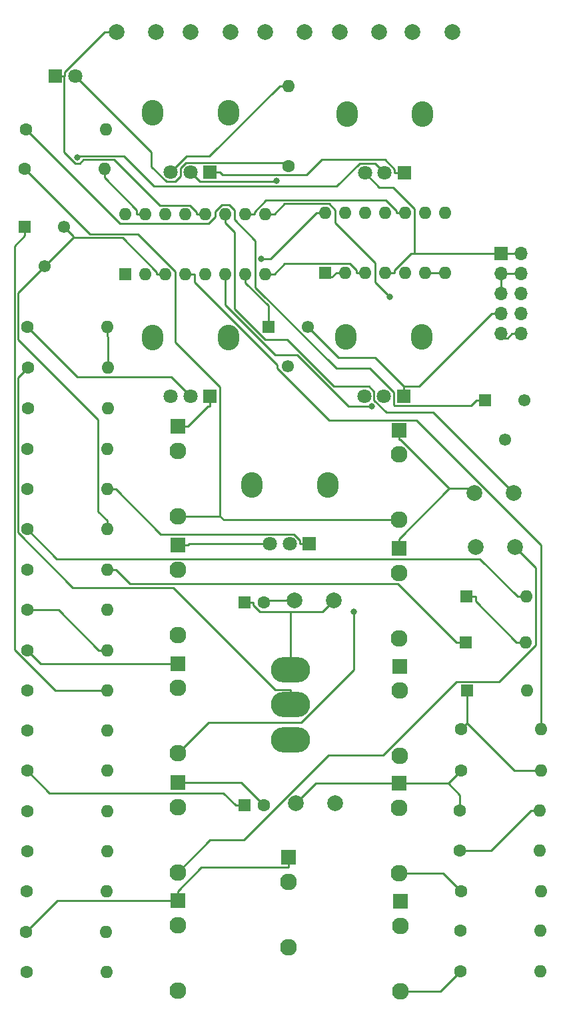
<source format=gbr>
%TF.GenerationSoftware,KiCad,Pcbnew,5.1.7*%
%TF.CreationDate,2020-11-09T18:52:16+01:00*%
%TF.ProjectId,AS3340-VCO,41533333-3430-42d5-9643-4f2e6b696361,1*%
%TF.SameCoordinates,Original*%
%TF.FileFunction,Copper,L2,Bot*%
%TF.FilePolarity,Positive*%
%FSLAX46Y46*%
G04 Gerber Fmt 4.6, Leading zero omitted, Abs format (unit mm)*
G04 Created by KiCad (PCBNEW 5.1.7) date 2020-11-09 18:52:16*
%MOMM*%
%LPD*%
G01*
G04 APERTURE LIST*
%TA.AperFunction,ComponentPad*%
%ADD10C,1.600000*%
%TD*%
%TA.AperFunction,ComponentPad*%
%ADD11R,1.600000X1.600000*%
%TD*%
%TA.AperFunction,ComponentPad*%
%ADD12O,1.600000X1.600000*%
%TD*%
%TA.AperFunction,ComponentPad*%
%ADD13O,5.000000X3.200000*%
%TD*%
%TA.AperFunction,ComponentPad*%
%ADD14C,2.000000*%
%TD*%
%TA.AperFunction,ComponentPad*%
%ADD15O,2.720000X3.240000*%
%TD*%
%TA.AperFunction,ComponentPad*%
%ADD16C,1.800000*%
%TD*%
%TA.AperFunction,ComponentPad*%
%ADD17R,1.800000X1.800000*%
%TD*%
%TA.AperFunction,ComponentPad*%
%ADD18C,1.550000*%
%TD*%
%TA.AperFunction,ComponentPad*%
%ADD19R,1.550000X1.550000*%
%TD*%
%TA.AperFunction,ComponentPad*%
%ADD20O,1.700000X1.700000*%
%TD*%
%TA.AperFunction,ComponentPad*%
%ADD21R,1.700000X1.700000*%
%TD*%
%TA.AperFunction,ComponentPad*%
%ADD22C,2.130000*%
%TD*%
%TA.AperFunction,ComponentPad*%
%ADD23R,1.930000X1.830000*%
%TD*%
%TA.AperFunction,ViaPad*%
%ADD24C,0.800000*%
%TD*%
%TA.AperFunction,Conductor*%
%ADD25C,0.250000*%
%TD*%
G04 APERTURE END LIST*
D10*
%TO.P,C10,2*%
%TO.N,GND*%
X143910000Y-123100000D03*
D11*
%TO.P,C10,1*%
%TO.N,+12V*%
X141410000Y-123100000D03*
%TD*%
D10*
%TO.P,C8,2*%
%TO.N,-12V*%
X143910000Y-97340000D03*
D11*
%TO.P,C8,1*%
%TO.N,GND*%
X141410000Y-97340000D03*
%TD*%
D12*
%TO.P,U2,16*%
%TO.N,+12V*%
X126300000Y-48040000D03*
%TO.P,U2,8*%
%TO.N,/SAWTOOTH*%
X144080000Y-55660000D03*
%TO.P,U2,15*%
%TO.N,/FREQ_CTRL*%
X128840000Y-48040000D03*
%TO.P,U2,7*%
%TO.N,Net-(RV7-Pad1)*%
X141540000Y-55660000D03*
%TO.P,U2,14*%
%TO.N,Net-(R18-Pad2)*%
X131380000Y-48040000D03*
%TO.P,U2,6*%
%TO.N,/HARD_SYNC*%
X139000000Y-55660000D03*
%TO.P,U2,13*%
%TO.N,/LINEAR_FM*%
X133920000Y-48040000D03*
%TO.P,U2,5*%
%TO.N,/PWM*%
X136460000Y-55660000D03*
%TO.P,U2,12*%
%TO.N,GND*%
X136460000Y-48040000D03*
%TO.P,U2,4*%
%TO.N,/SQUARE*%
X133920000Y-55660000D03*
%TO.P,U2,11*%
%TO.N,Net-(C6-Pad2)*%
X139000000Y-48040000D03*
%TO.P,U2,3*%
%TO.N,Net-(R13-Pad1)*%
X131380000Y-55660000D03*
%TO.P,U2,10*%
%TO.N,/TRIANGLE*%
X141540000Y-48040000D03*
%TO.P,U2,2*%
%TO.N,Net-(R13-Pad2)*%
X128840000Y-55660000D03*
%TO.P,U2,9*%
%TO.N,/SOFT_SYNC*%
X144080000Y-48040000D03*
D11*
%TO.P,U2,1*%
%TO.N,Net-(R12-Pad1)*%
X126300000Y-55660000D03*
%TD*%
D12*
%TO.P,U1,14*%
%TO.N,Net-(R10-Pad2)*%
X151690000Y-47850000D03*
%TO.P,U1,7*%
%TO.N,Net-(R26-Pad2)*%
X166930000Y-55470000D03*
%TO.P,U1,13*%
%TO.N,Net-(R10-Pad2)*%
X154230000Y-47850000D03*
%TO.P,U1,6*%
%TO.N,Net-(R26-Pad2)*%
X164390000Y-55470000D03*
%TO.P,U1,12*%
%TO.N,Net-(J4-PadT)*%
X156770000Y-47850000D03*
%TO.P,U1,5*%
%TO.N,Net-(D3-Pad1)*%
X161850000Y-55470000D03*
%TO.P,U1,11*%
%TO.N,-12V*%
X159310000Y-47850000D03*
%TO.P,U1,4*%
%TO.N,+12V*%
X159310000Y-55470000D03*
%TO.P,U1,10*%
%TO.N,/TRIANGLE*%
X161850000Y-47850000D03*
%TO.P,U1,3*%
%TO.N,/SAWTOOTH*%
X156770000Y-55470000D03*
%TO.P,U1,9*%
%TO.N,Net-(R22-Pad2)*%
X164390000Y-47850000D03*
%TO.P,U1,2*%
%TO.N,Net-(R24-Pad2)*%
X154230000Y-55470000D03*
%TO.P,U1,8*%
%TO.N,Net-(R23-Pad2)*%
X166930000Y-47850000D03*
D11*
%TO.P,U1,1*%
%TO.N,Net-(R24-Pad2)*%
X151690000Y-55470000D03*
%TD*%
D13*
%TO.P,SW1,1*%
%TO.N,GND*%
X147230000Y-105860000D03*
%TO.P,SW1,2*%
%TO.N,Net-(R4-Pad1)*%
X147230000Y-110310000D03*
%TO.P,SW1,3*%
%TO.N,Net-(RV5-Pad2)*%
X147230000Y-114760000D03*
%TD*%
D14*
%TO.P,C11,2*%
%TO.N,+12V*%
X152970000Y-122820000D03*
%TO.P,C11,1*%
%TO.N,GND*%
X147970000Y-122820000D03*
%TD*%
%TO.P,C9,2*%
%TO.N,GND*%
X152750000Y-97070000D03*
%TO.P,C9,1*%
%TO.N,-12V*%
X147750000Y-97070000D03*
%TD*%
D15*
%TO.P,RV8,*%
%TO.N,*%
X163920000Y-63630000D03*
X154320000Y-63630000D03*
D16*
%TO.P,RV8,3*%
%TO.N,Net-(J8-PadT)*%
X156620000Y-71130000D03*
%TO.P,RV8,2*%
%TO.N,Net-(C4-Pad1)*%
X159120000Y-71130000D03*
D17*
%TO.P,RV8,1*%
%TO.N,GND*%
X161620000Y-71130000D03*
%TD*%
D18*
%TO.P,RV7,2*%
%TO.N,Net-(R17-Pad2)*%
X146940000Y-67370000D03*
D19*
%TO.P,RV7,1*%
%TO.N,Net-(RV7-Pad1)*%
X144440000Y-62370000D03*
D18*
%TO.P,RV7,3*%
%TO.N,GND*%
X149440000Y-62370000D03*
%TD*%
%TO.P,RV6,2*%
%TO.N,Net-(R13-Pad1)*%
X116010000Y-54670000D03*
D19*
%TO.P,RV6,1*%
%TO.N,Net-(R12-Pad2)*%
X113510000Y-49670000D03*
D18*
%TO.P,RV6,3*%
%TO.N,Net-(R13-Pad1)*%
X118510000Y-49670000D03*
%TD*%
D15*
%TO.P,RV5,*%
%TO.N,*%
X139350000Y-35210000D03*
X129750000Y-35210000D03*
D16*
%TO.P,RV5,3*%
%TO.N,+12V*%
X132050000Y-42710000D03*
%TO.P,RV5,2*%
%TO.N,Net-(RV5-Pad2)*%
X134550000Y-42710000D03*
D17*
%TO.P,RV5,1*%
%TO.N,-12V*%
X137050000Y-42710000D03*
%TD*%
D18*
%TO.P,RV4,2*%
%TO.N,Net-(R1-Pad1)*%
X174490000Y-76660000D03*
D19*
%TO.P,RV4,1*%
X171990000Y-71660000D03*
D18*
%TO.P,RV4,3*%
%TO.N,+12V*%
X176990000Y-71660000D03*
%TD*%
D15*
%TO.P,RV3,*%
%TO.N,*%
X151970000Y-82380000D03*
X142370000Y-82380000D03*
D16*
%TO.P,RV3,3*%
%TO.N,GND*%
X144670000Y-89880000D03*
%TO.P,RV3,2*%
%TO.N,Net-(J4-PadTN)*%
X147170000Y-89880000D03*
D17*
%TO.P,RV3,1*%
%TO.N,Net-(R7-Pad2)*%
X149670000Y-89880000D03*
%TD*%
D15*
%TO.P,RV2,*%
%TO.N,*%
X139350000Y-63670000D03*
X129750000Y-63670000D03*
D16*
%TO.P,RV2,3*%
%TO.N,Net-(J3-PadT)*%
X132050000Y-71170000D03*
%TO.P,RV2,2*%
%TO.N,Net-(R3-Pad1)*%
X134550000Y-71170000D03*
D17*
%TO.P,RV2,1*%
%TO.N,GND*%
X137050000Y-71170000D03*
%TD*%
D15*
%TO.P,RV1,*%
%TO.N,*%
X164020000Y-35320000D03*
X154420000Y-35320000D03*
D16*
%TO.P,RV1,3*%
%TO.N,+12V*%
X156720000Y-42820000D03*
%TO.P,RV1,2*%
%TO.N,Net-(R5-Pad1)*%
X159220000Y-42820000D03*
D17*
%TO.P,RV1,1*%
%TO.N,-12V*%
X161720000Y-42820000D03*
%TD*%
D10*
%TO.P,R27,1*%
%TO.N,Net-(D4-Pad2)*%
X147040000Y-41920000D03*
D12*
%TO.P,R27,2*%
%TO.N,+12V*%
X147040000Y-31760000D03*
%TD*%
D10*
%TO.P,R26,1*%
%TO.N,/SQUARE_OUT*%
X168850000Y-144160000D03*
D12*
%TO.P,R26,2*%
%TO.N,Net-(R26-Pad2)*%
X179010000Y-144160000D03*
%TD*%
D10*
%TO.P,R25,1*%
%TO.N,/TRIANGLE_OUT*%
X168850000Y-138990000D03*
D12*
%TO.P,R25,2*%
%TO.N,Net-(R23-Pad2)*%
X179010000Y-138990000D03*
%TD*%
D10*
%TO.P,R24,1*%
%TO.N,/SAWTOOTH_OUT*%
X168950000Y-134010000D03*
D12*
%TO.P,R24,2*%
%TO.N,Net-(R24-Pad2)*%
X179110000Y-134010000D03*
%TD*%
D10*
%TO.P,R23,1*%
%TO.N,Net-(R22-Pad2)*%
X168800000Y-128820000D03*
D12*
%TO.P,R23,2*%
%TO.N,Net-(R23-Pad2)*%
X178960000Y-128820000D03*
%TD*%
D10*
%TO.P,R22,1*%
%TO.N,GND*%
X168800000Y-123740000D03*
D12*
%TO.P,R22,2*%
%TO.N,Net-(R22-Pad2)*%
X178960000Y-123740000D03*
%TD*%
D10*
%TO.P,R21,1*%
%TO.N,GND*%
X168940000Y-118650000D03*
D12*
%TO.P,R21,2*%
%TO.N,Net-(D3-Pad1)*%
X179100000Y-118650000D03*
%TD*%
D10*
%TO.P,R20,1*%
%TO.N,Net-(D3-Pad1)*%
X168940000Y-113430000D03*
D12*
%TO.P,R20,2*%
%TO.N,/SQUARE*%
X179100000Y-113430000D03*
%TD*%
D10*
%TO.P,R19,1*%
%TO.N,-12V*%
X113690000Y-144240000D03*
D12*
%TO.P,R19,2*%
%TO.N,Net-(R13-Pad1)*%
X123850000Y-144240000D03*
%TD*%
D10*
%TO.P,R18,1*%
%TO.N,GND*%
X113630000Y-139150000D03*
D12*
%TO.P,R18,2*%
%TO.N,Net-(R18-Pad2)*%
X123790000Y-139150000D03*
%TD*%
D10*
%TO.P,R17,1*%
%TO.N,/FREQ_CTRL*%
X113700000Y-134020000D03*
D12*
%TO.P,R17,2*%
%TO.N,Net-(R17-Pad2)*%
X123860000Y-134020000D03*
%TD*%
D10*
%TO.P,R16,1*%
%TO.N,Net-(C5-Pad2)*%
X113780000Y-128890000D03*
D12*
%TO.P,R16,2*%
%TO.N,/LINEAR_FM*%
X123940000Y-128890000D03*
%TD*%
D10*
%TO.P,R15,1*%
%TO.N,Net-(C4-Pad2)*%
X113780000Y-123780000D03*
D12*
%TO.P,R15,2*%
%TO.N,/LINEAR_FM*%
X123940000Y-123780000D03*
%TD*%
D10*
%TO.P,R14,1*%
%TO.N,+12V*%
X113780000Y-118640000D03*
D12*
%TO.P,R14,2*%
%TO.N,/LINEAR_FM*%
X123940000Y-118640000D03*
%TD*%
D10*
%TO.P,R13,1*%
%TO.N,Net-(R13-Pad1)*%
X113780000Y-113590000D03*
D12*
%TO.P,R13,2*%
%TO.N,Net-(R13-Pad2)*%
X123940000Y-113590000D03*
%TD*%
D10*
%TO.P,R12,1*%
%TO.N,Net-(R12-Pad1)*%
X113780000Y-108530000D03*
D12*
%TO.P,R12,2*%
%TO.N,Net-(R12-Pad2)*%
X123940000Y-108530000D03*
%TD*%
D10*
%TO.P,R11,1*%
%TO.N,GND*%
X113850000Y-103390000D03*
D12*
%TO.P,R11,2*%
%TO.N,/PWM*%
X124010000Y-103390000D03*
%TD*%
D10*
%TO.P,R10,1*%
%TO.N,/PWM*%
X113780000Y-98260000D03*
D12*
%TO.P,R10,2*%
%TO.N,Net-(R10-Pad2)*%
X123940000Y-98260000D03*
%TD*%
D10*
%TO.P,R9,1*%
%TO.N,GND*%
X113780000Y-93150000D03*
D12*
%TO.P,R9,2*%
%TO.N,Net-(C3-Pad1)*%
X123940000Y-93150000D03*
%TD*%
D10*
%TO.P,R8,1*%
%TO.N,Net-(C2-Pad1)*%
X113780000Y-88020000D03*
D12*
%TO.P,R8,2*%
%TO.N,Net-(R13-Pad1)*%
X123940000Y-88020000D03*
%TD*%
D10*
%TO.P,R7,1*%
%TO.N,+12V*%
X113780000Y-82960000D03*
D12*
%TO.P,R7,2*%
%TO.N,Net-(R7-Pad2)*%
X123940000Y-82960000D03*
%TD*%
D10*
%TO.P,R6,1*%
%TO.N,Net-(C1-Pad2)*%
X113780000Y-77830000D03*
D12*
%TO.P,R6,2*%
%TO.N,/FREQ_CTRL*%
X123940000Y-77830000D03*
%TD*%
D10*
%TO.P,R5,1*%
%TO.N,Net-(R5-Pad1)*%
X113910000Y-72660000D03*
D12*
%TO.P,R5,2*%
%TO.N,/FREQ_CTRL*%
X124070000Y-72660000D03*
%TD*%
D10*
%TO.P,R4,1*%
%TO.N,Net-(R4-Pad1)*%
X113910000Y-67530000D03*
D12*
%TO.P,R4,2*%
%TO.N,/FREQ_CTRL*%
X124070000Y-67530000D03*
%TD*%
D10*
%TO.P,R3,1*%
%TO.N,Net-(R3-Pad1)*%
X113830000Y-62390000D03*
D12*
%TO.P,R3,2*%
%TO.N,/FREQ_CTRL*%
X123990000Y-62390000D03*
%TD*%
D10*
%TO.P,R2,1*%
%TO.N,Net-(J1-PadT)*%
X113470000Y-42290000D03*
D12*
%TO.P,R2,2*%
%TO.N,/FREQ_CTRL*%
X123630000Y-42290000D03*
%TD*%
D10*
%TO.P,R1,1*%
%TO.N,Net-(R1-Pad1)*%
X113610000Y-37280000D03*
D12*
%TO.P,R1,2*%
%TO.N,/FREQ_CTRL*%
X123770000Y-37280000D03*
%TD*%
D20*
%TO.P,J12,10*%
%TO.N,-12V*%
X176580000Y-63180000D03*
%TO.P,J12,9*%
X174040000Y-63180000D03*
%TO.P,J12,8*%
%TO.N,GND*%
X176580000Y-60640000D03*
%TO.P,J12,7*%
X174040000Y-60640000D03*
%TO.P,J12,6*%
X176580000Y-58100000D03*
%TO.P,J12,5*%
X174040000Y-58100000D03*
%TO.P,J12,4*%
X176580000Y-55560000D03*
%TO.P,J12,3*%
X174040000Y-55560000D03*
%TO.P,J12,2*%
%TO.N,+12V*%
X176580000Y-53020000D03*
D21*
%TO.P,J12,1*%
X174040000Y-53020000D03*
%TD*%
D22*
%TO.P,J11,T*%
%TO.N,/TRIANGLE_OUT*%
X161110000Y-116810000D03*
D23*
%TO.P,J11,S*%
%TO.N,GND*%
X161110000Y-105410000D03*
D22*
%TO.P,J11,TN*%
%TO.N,N/C*%
X161110000Y-108510000D03*
%TD*%
%TO.P,J10,T*%
%TO.N,/SAWTOOTH_OUT*%
X161090000Y-131690000D03*
D23*
%TO.P,J10,S*%
%TO.N,GND*%
X161090000Y-120290000D03*
D22*
%TO.P,J10,TN*%
%TO.N,N/C*%
X161090000Y-123390000D03*
%TD*%
%TO.P,J9,T*%
%TO.N,/SQUARE_OUT*%
X161210000Y-146670000D03*
D23*
%TO.P,J9,S*%
%TO.N,GND*%
X161210000Y-135270000D03*
D22*
%TO.P,J9,TN*%
%TO.N,N/C*%
X161210000Y-138370000D03*
%TD*%
%TO.P,J8,T*%
%TO.N,Net-(J8-PadT)*%
X161030000Y-101880000D03*
D23*
%TO.P,J8,S*%
%TO.N,GND*%
X161030000Y-90480000D03*
D22*
%TO.P,J8,TN*%
%TO.N,N/C*%
X161030000Y-93580000D03*
%TD*%
%TO.P,J7,T*%
%TO.N,Net-(C7-Pad2)*%
X132930000Y-131580000D03*
D23*
%TO.P,J7,S*%
%TO.N,GND*%
X132930000Y-120180000D03*
D22*
%TO.P,J7,TN*%
%TO.N,N/C*%
X132930000Y-123280000D03*
%TD*%
%TO.P,J6,T*%
%TO.N,Net-(C3-Pad2)*%
X147010000Y-141100000D03*
D23*
%TO.P,J6,S*%
%TO.N,GND*%
X147010000Y-129700000D03*
D22*
%TO.P,J6,TN*%
%TO.N,N/C*%
X147010000Y-132800000D03*
%TD*%
%TO.P,J5,T*%
%TO.N,Net-(C2-Pad2)*%
X132910000Y-146580000D03*
D23*
%TO.P,J5,S*%
%TO.N,GND*%
X132910000Y-135180000D03*
D22*
%TO.P,J5,TN*%
%TO.N,N/C*%
X132910000Y-138280000D03*
%TD*%
%TO.P,J4,T*%
%TO.N,Net-(J4-PadT)*%
X132930000Y-116470000D03*
D23*
%TO.P,J4,S*%
%TO.N,GND*%
X132930000Y-105070000D03*
D22*
%TO.P,J4,TN*%
%TO.N,Net-(J4-PadTN)*%
X132930000Y-108170000D03*
%TD*%
%TO.P,J3,T*%
%TO.N,Net-(J3-PadT)*%
X132930000Y-101470000D03*
D23*
%TO.P,J3,S*%
%TO.N,GND*%
X132930000Y-90070000D03*
D22*
%TO.P,J3,TN*%
%TO.N,N/C*%
X132930000Y-93170000D03*
%TD*%
%TO.P,J2,T*%
%TO.N,Net-(J1-PadT)*%
X161100000Y-86840000D03*
D23*
%TO.P,J2,S*%
%TO.N,GND*%
X161100000Y-75440000D03*
D22*
%TO.P,J2,TN*%
%TO.N,N/C*%
X161100000Y-78540000D03*
%TD*%
%TO.P,J1,T*%
%TO.N,Net-(J1-PadT)*%
X132930000Y-86360000D03*
D23*
%TO.P,J1,S*%
%TO.N,GND*%
X132930000Y-74960000D03*
D22*
%TO.P,J1,TN*%
%TO.N,N/C*%
X132930000Y-78060000D03*
%TD*%
D16*
%TO.P,D4,2*%
%TO.N,Net-(D4-Pad2)*%
X119870000Y-30490000D03*
D17*
%TO.P,D4,1*%
%TO.N,GND*%
X117330000Y-30490000D03*
%TD*%
D12*
%TO.P,D3,2*%
%TO.N,GND*%
X177310000Y-108520000D03*
D11*
%TO.P,D3,1*%
%TO.N,Net-(D3-Pad1)*%
X169690000Y-108520000D03*
%TD*%
D12*
%TO.P,D2,2*%
%TO.N,/HARD_SYNC*%
X177110000Y-102410000D03*
D11*
%TO.P,D2,1*%
%TO.N,Net-(C3-Pad1)*%
X169490000Y-102410000D03*
%TD*%
D12*
%TO.P,D1,2*%
%TO.N,Net-(C2-Pad1)*%
X177250000Y-96570000D03*
D11*
%TO.P,D1,1*%
%TO.N,/HARD_SYNC*%
X169630000Y-96570000D03*
%TD*%
D14*
%TO.P,C7,2*%
%TO.N,Net-(C7-Pad2)*%
X175760000Y-90260000D03*
%TO.P,C7,1*%
%TO.N,/SOFT_SYNC*%
X170760000Y-90260000D03*
%TD*%
%TO.P,C6,2*%
%TO.N,Net-(C6-Pad2)*%
X175610000Y-83450000D03*
%TO.P,C6,1*%
%TO.N,GND*%
X170610000Y-83450000D03*
%TD*%
%TO.P,C5,2*%
%TO.N,Net-(C5-Pad2)*%
X167790000Y-24950000D03*
%TO.P,C5,1*%
%TO.N,GND*%
X162790000Y-24950000D03*
%TD*%
%TO.P,C4,2*%
%TO.N,Net-(C4-Pad2)*%
X158520000Y-24950000D03*
%TO.P,C4,1*%
%TO.N,Net-(C4-Pad1)*%
X153520000Y-24950000D03*
%TD*%
%TO.P,C3,2*%
%TO.N,Net-(C3-Pad2)*%
X149060000Y-24950000D03*
%TO.P,C3,1*%
%TO.N,Net-(C3-Pad1)*%
X144060000Y-24950000D03*
%TD*%
%TO.P,C2,2*%
%TO.N,Net-(C2-Pad2)*%
X139600000Y-24950000D03*
%TO.P,C2,1*%
%TO.N,Net-(C2-Pad1)*%
X134600000Y-24950000D03*
%TD*%
%TO.P,C1,2*%
%TO.N,Net-(C1-Pad2)*%
X130140000Y-24950000D03*
%TO.P,C1,1*%
%TO.N,GND*%
X125140000Y-24950000D03*
%TD*%
D24*
%TO.N,/SOFT_SYNC*%
X159904200Y-58577100D03*
%TO.N,/HARD_SYNC*%
X157554000Y-72412600D03*
%TO.N,Net-(J4-PadT)*%
X155259400Y-98532400D03*
%TO.N,Net-(R5-Pad1)*%
X120191200Y-40870200D03*
%TO.N,Net-(R10-Pad2)*%
X143538700Y-53676300D03*
%TO.N,Net-(RV5-Pad2)*%
X145518300Y-43789900D03*
%TD*%
D25*
%TO.N,GND*%
X118473900Y-30490000D02*
X118473900Y-40178600D01*
X118473900Y-40178600D02*
X119890800Y-41595500D01*
X119890800Y-41595500D02*
X120491700Y-41595500D01*
X120491700Y-41595500D02*
X120947900Y-41139300D01*
X120947900Y-41139300D02*
X124858600Y-41139300D01*
X124858600Y-41139300D02*
X130634000Y-46914700D01*
X130634000Y-46914700D02*
X134490800Y-46914700D01*
X134490800Y-46914700D02*
X135334700Y-47758600D01*
X135334700Y-47758600D02*
X135334700Y-48040000D01*
X136460000Y-48040000D02*
X135334700Y-48040000D01*
X118473900Y-30490000D02*
X118555300Y-30490000D01*
X117330000Y-30490000D02*
X118473900Y-30490000D01*
X161090000Y-120290000D02*
X159799700Y-120290000D01*
X159799700Y-120290000D02*
X150500000Y-120290000D01*
X150500000Y-120290000D02*
X147970000Y-122820000D01*
X167300000Y-120290000D02*
X161090000Y-120290000D01*
X161620000Y-69904600D02*
X158003500Y-66288100D01*
X158003500Y-66288100D02*
X153358100Y-66288100D01*
X153358100Y-66288100D02*
X149440000Y-62370000D01*
X132930000Y-105070000D02*
X115530000Y-105070000D01*
X115530000Y-105070000D02*
X113850000Y-103390000D01*
X125140000Y-24950000D02*
X123635800Y-24950000D01*
X123635800Y-24950000D02*
X118555300Y-30030500D01*
X118555300Y-30030500D02*
X118555300Y-30490000D01*
X143910000Y-123100000D02*
X140990000Y-120180000D01*
X140990000Y-120180000D02*
X132930000Y-120180000D01*
X167422200Y-82847500D02*
X161030000Y-89239700D01*
X170610000Y-83450000D02*
X170007500Y-82847500D01*
X170007500Y-82847500D02*
X167422200Y-82847500D01*
X161100000Y-76680300D02*
X161255000Y-76680300D01*
X161255000Y-76680300D02*
X167422200Y-82847500D01*
X161100000Y-75440000D02*
X161100000Y-76680300D01*
X161030000Y-90480000D02*
X161030000Y-89239700D01*
X137050000Y-71170000D02*
X137050000Y-72395300D01*
X147230000Y-98465300D02*
X143379200Y-98465300D01*
X143379200Y-98465300D02*
X142535300Y-97621400D01*
X142535300Y-97621400D02*
X142535300Y-97340000D01*
X152750000Y-97070000D02*
X151354700Y-98465300D01*
X151354700Y-98465300D02*
X147230000Y-98465300D01*
X147230000Y-98465300D02*
X147230000Y-103934700D01*
X147230000Y-105860000D02*
X147230000Y-103934700D01*
X141410000Y-97340000D02*
X142535300Y-97340000D01*
X174040000Y-55560000D02*
X174040000Y-56924700D01*
X174040000Y-55560000D02*
X176580000Y-55560000D01*
X174040000Y-58100000D02*
X174040000Y-56924700D01*
X168940000Y-118650000D02*
X167300000Y-120290000D01*
X167300000Y-120290000D02*
X168800000Y-121790000D01*
X168800000Y-121790000D02*
X168800000Y-123740000D01*
X132930000Y-90070000D02*
X134220300Y-90070000D01*
X144670000Y-89880000D02*
X134410300Y-89880000D01*
X134410300Y-89880000D02*
X134220300Y-90070000D01*
X172864700Y-60640000D02*
X163600100Y-69904600D01*
X163600100Y-69904600D02*
X161620000Y-69904600D01*
X161620000Y-69904700D02*
X161620000Y-69904600D01*
X161620000Y-71130000D02*
X161620000Y-69904700D01*
X174040000Y-60640000D02*
X172864700Y-60640000D01*
X132910000Y-135180000D02*
X132910000Y-133939700D01*
X147010000Y-129700000D02*
X147010000Y-130940300D01*
X132910000Y-133939700D02*
X135909400Y-130940300D01*
X135909400Y-130940300D02*
X147010000Y-130940300D01*
X113630000Y-139150000D02*
X117600000Y-135180000D01*
X117600000Y-135180000D02*
X132910000Y-135180000D01*
X132930000Y-74960000D02*
X134220300Y-74960000D01*
X134220300Y-74960000D02*
X136785000Y-72395300D01*
X136785000Y-72395300D02*
X137050000Y-72395300D01*
%TO.N,Net-(C2-Pad1)*%
X176124700Y-96570000D02*
X171334300Y-91779600D01*
X171334300Y-91779600D02*
X117539600Y-91779600D01*
X117539600Y-91779600D02*
X113780000Y-88020000D01*
X177250000Y-96570000D02*
X176124700Y-96570000D01*
%TO.N,Net-(C3-Pad1)*%
X169490000Y-102410000D02*
X168364700Y-102410000D01*
X123940000Y-93150000D02*
X125065300Y-93150000D01*
X125065300Y-93150000D02*
X126885700Y-94970400D01*
X126885700Y-94970400D02*
X160925100Y-94970400D01*
X160925100Y-94970400D02*
X168364700Y-102410000D01*
%TO.N,Net-(C6-Pad2)*%
X139000000Y-49165300D02*
X140125300Y-50290600D01*
X140125300Y-50290600D02*
X140125300Y-60069500D01*
X140125300Y-60069500D02*
X144046000Y-63990200D01*
X144046000Y-63990200D02*
X146854900Y-63990200D01*
X146854900Y-63990200D02*
X152769400Y-69904700D01*
X152769400Y-69904700D02*
X157211000Y-69904700D01*
X157211000Y-69904700D02*
X157870100Y-70563800D01*
X157870100Y-70563800D02*
X157870100Y-71662700D01*
X157870100Y-71662700D02*
X159419000Y-73211600D01*
X159419000Y-73211600D02*
X165371600Y-73211600D01*
X165371600Y-73211600D02*
X175610000Y-83450000D01*
X139000000Y-48040000D02*
X139000000Y-49165300D01*
%TO.N,Net-(C7-Pad2)*%
X175760000Y-90260000D02*
X178377600Y-92877600D01*
X178377600Y-92877600D02*
X178377600Y-102780200D01*
X178377600Y-102780200D02*
X173763100Y-107394700D01*
X173763100Y-107394700D02*
X168309800Y-107394700D01*
X168309800Y-107394700D02*
X159019100Y-116685400D01*
X159019100Y-116685400D02*
X152082600Y-116685400D01*
X152082600Y-116685400D02*
X141304700Y-127463300D01*
X141304700Y-127463300D02*
X137046700Y-127463300D01*
X137046700Y-127463300D02*
X132930000Y-131580000D01*
%TO.N,/SOFT_SYNC*%
X145205300Y-48040000D02*
X146523900Y-46721400D01*
X146523900Y-46721400D02*
X152185200Y-46721400D01*
X152185200Y-46721400D02*
X152960000Y-47496200D01*
X152960000Y-47496200D02*
X152960000Y-49165500D01*
X152960000Y-49165500D02*
X158040000Y-54245500D01*
X158040000Y-54245500D02*
X158040000Y-56712900D01*
X158040000Y-56712900D02*
X159904200Y-58577100D01*
X144080000Y-48040000D02*
X145205300Y-48040000D01*
%TO.N,/HARD_SYNC*%
X139000000Y-56785300D02*
X139000000Y-59581100D01*
X139000000Y-59581100D02*
X145303300Y-65884400D01*
X145303300Y-65884400D02*
X148082300Y-65884400D01*
X148082300Y-65884400D02*
X154610500Y-72412600D01*
X154610500Y-72412600D02*
X157554000Y-72412600D01*
X169630000Y-96570000D02*
X170755300Y-96570000D01*
X177110000Y-102410000D02*
X175984700Y-102410000D01*
X170755300Y-96570000D02*
X170755300Y-97180600D01*
X170755300Y-97180600D02*
X175984700Y-102410000D01*
X139000000Y-55660000D02*
X139000000Y-56785300D01*
%TO.N,Net-(D3-Pad1)*%
X169698700Y-112671300D02*
X175677400Y-118650000D01*
X175677400Y-118650000D02*
X179100000Y-118650000D01*
X169690000Y-109645300D02*
X169690000Y-112662600D01*
X169690000Y-112662600D02*
X169698700Y-112671300D01*
X168940000Y-113430000D02*
X169698700Y-112671300D01*
X169690000Y-108520000D02*
X169690000Y-109645300D01*
%TO.N,Net-(J1-PadT)*%
X138275400Y-86360000D02*
X138275400Y-69944500D01*
X138275400Y-69944500D02*
X132650000Y-64319100D01*
X132650000Y-64319100D02*
X132650000Y-55334000D01*
X132650000Y-55334000D02*
X127888000Y-50572000D01*
X127888000Y-50572000D02*
X121752000Y-50572000D01*
X121752000Y-50572000D02*
X113470000Y-42290000D01*
X161100000Y-86840000D02*
X138755400Y-86840000D01*
X138755400Y-86840000D02*
X138275400Y-86360000D01*
X132930000Y-86360000D02*
X138275400Y-86360000D01*
%TO.N,Net-(J4-PadT)*%
X132930000Y-116470000D02*
X136865000Y-112535000D01*
X136865000Y-112535000D02*
X148634600Y-112535000D01*
X148634600Y-112535000D02*
X155259400Y-105910200D01*
X155259400Y-105910200D02*
X155259400Y-98532400D01*
%TO.N,/SQUARE_OUT*%
X161210000Y-146670000D02*
X166340000Y-146670000D01*
X166340000Y-146670000D02*
X168850000Y-144160000D01*
%TO.N,/SAWTOOTH_OUT*%
X161090000Y-131690000D02*
X166630000Y-131690000D01*
X166630000Y-131690000D02*
X168950000Y-134010000D01*
%TO.N,/FREQ_CTRL*%
X128840000Y-48040000D02*
X127714700Y-48040000D01*
X123630000Y-42290000D02*
X123630000Y-43415300D01*
X123630000Y-43415300D02*
X127714700Y-47500000D01*
X127714700Y-47500000D02*
X127714700Y-48040000D01*
X123990000Y-62390000D02*
X123990000Y-63515300D01*
X123990000Y-63515300D02*
X124070000Y-63595300D01*
X124070000Y-63595300D02*
X124070000Y-67530000D01*
%TO.N,Net-(R1-Pad1)*%
X171990000Y-71660000D02*
X170889700Y-71660000D01*
X113610000Y-37280000D02*
X125542100Y-49212100D01*
X125542100Y-49212100D02*
X136885400Y-49212100D01*
X136885400Y-49212100D02*
X137730000Y-48367500D01*
X137730000Y-48367500D02*
X137730000Y-47676700D01*
X137730000Y-47676700D02*
X138557900Y-46848800D01*
X138557900Y-46848800D02*
X139431900Y-46848800D01*
X139431900Y-46848800D02*
X140145300Y-47562200D01*
X140145300Y-47562200D02*
X140145300Y-48734900D01*
X140145300Y-48734900D02*
X142810000Y-51399600D01*
X142810000Y-51399600D02*
X142810000Y-57333600D01*
X142810000Y-57333600D02*
X153089000Y-67612600D01*
X153089000Y-67612600D02*
X157366500Y-67612600D01*
X157366500Y-67612600D02*
X160394600Y-70640700D01*
X160394600Y-70640700D02*
X160394600Y-72248200D01*
X160394600Y-72248200D02*
X160501800Y-72355400D01*
X160501800Y-72355400D02*
X170194300Y-72355400D01*
X170194300Y-72355400D02*
X170889700Y-71660000D01*
%TO.N,Net-(R3-Pad1)*%
X113830000Y-62390000D02*
X120143900Y-68703900D01*
X120143900Y-68703900D02*
X132083900Y-68703900D01*
X132083900Y-68703900D02*
X134550000Y-71170000D01*
%TO.N,Net-(R4-Pad1)*%
X147230000Y-110310000D02*
X147230000Y-108384700D01*
X113910000Y-67530000D02*
X112616000Y-68824000D01*
X112616000Y-68824000D02*
X112616000Y-88454400D01*
X112616000Y-88454400D02*
X119582400Y-95420800D01*
X119582400Y-95420800D02*
X132340800Y-95420800D01*
X132340800Y-95420800D02*
X145304700Y-108384700D01*
X145304700Y-108384700D02*
X147230000Y-108384700D01*
%TO.N,Net-(R5-Pad1)*%
X120191200Y-40870200D02*
X120372500Y-40688900D01*
X120372500Y-40688900D02*
X126094700Y-40688900D01*
X126094700Y-40688900D02*
X129921000Y-44515200D01*
X129921000Y-44515200D02*
X153139500Y-44515200D01*
X153139500Y-44515200D02*
X156067800Y-41586900D01*
X156067800Y-41586900D02*
X157986900Y-41586900D01*
X157986900Y-41586900D02*
X159220000Y-42820000D01*
%TO.N,+12V*%
X141410000Y-123100000D02*
X140284700Y-123100000D01*
X162991000Y-53020000D02*
X162604000Y-53020000D01*
X162604000Y-53020000D02*
X160435300Y-55188700D01*
X160435300Y-55188700D02*
X160435300Y-55470000D01*
X174040000Y-53020000D02*
X162991000Y-53020000D01*
X162991000Y-53020000D02*
X162991000Y-47358600D01*
X162991000Y-47358600D02*
X160270800Y-44638400D01*
X160270800Y-44638400D02*
X158538400Y-44638400D01*
X158538400Y-44638400D02*
X156720000Y-42820000D01*
X159310000Y-55470000D02*
X160435300Y-55470000D01*
X176580000Y-53020000D02*
X174040000Y-53020000D01*
X147040000Y-31760000D02*
X145914700Y-31760000D01*
X145914700Y-31760000D02*
X136958300Y-40716400D01*
X136958300Y-40716400D02*
X134043600Y-40716400D01*
X134043600Y-40716400D02*
X132050000Y-42710000D01*
X140284700Y-123100000D02*
X138680400Y-121495700D01*
X138680400Y-121495700D02*
X116635700Y-121495700D01*
X116635700Y-121495700D02*
X113780000Y-118640000D01*
%TO.N,Net-(R7-Pad2)*%
X149670000Y-89880000D02*
X148444700Y-89880000D01*
X123940000Y-82960000D02*
X125065300Y-82960000D01*
X125065300Y-82960000D02*
X130760000Y-88654700D01*
X130760000Y-88654700D02*
X147679000Y-88654700D01*
X147679000Y-88654700D02*
X148444700Y-89420400D01*
X148444700Y-89420400D02*
X148444700Y-89880000D01*
%TO.N,Net-(R13-Pad1)*%
X123940000Y-88020000D02*
X123940000Y-86894700D01*
X123940000Y-86894700D02*
X122814700Y-85769400D01*
X122814700Y-85769400D02*
X122814700Y-74144100D01*
X122814700Y-74144100D02*
X112669000Y-63998400D01*
X112669000Y-63998400D02*
X112669000Y-58011000D01*
X112669000Y-58011000D02*
X116010000Y-54670000D01*
X119657600Y-51022400D02*
X116010000Y-54670000D01*
X118510000Y-49670000D02*
X119657600Y-50817600D01*
X119657600Y-50817600D02*
X119657600Y-51022400D01*
X130254700Y-55660000D02*
X130254700Y-55378700D01*
X130254700Y-55378700D02*
X125898400Y-51022400D01*
X125898400Y-51022400D02*
X119657600Y-51022400D01*
X131380000Y-55660000D02*
X130254700Y-55660000D01*
%TO.N,Net-(R10-Pad2)*%
X150564700Y-47850000D02*
X144738400Y-53676300D01*
X144738400Y-53676300D02*
X143538700Y-53676300D01*
X151690000Y-47850000D02*
X150564700Y-47850000D01*
%TO.N,/PWM*%
X124010000Y-103390000D02*
X122884700Y-103390000D01*
X113780000Y-98260000D02*
X117754700Y-98260000D01*
X117754700Y-98260000D02*
X122884700Y-103390000D01*
%TO.N,Net-(R12-Pad2)*%
X113510000Y-50770300D02*
X112165600Y-52114700D01*
X112165600Y-52114700D02*
X112165600Y-103308400D01*
X112165600Y-103308400D02*
X117387200Y-108530000D01*
X117387200Y-108530000D02*
X123940000Y-108530000D01*
X113510000Y-49670000D02*
X113510000Y-50770300D01*
%TO.N,-12V*%
X137050000Y-42710000D02*
X138275300Y-42710000D01*
X161720000Y-42820000D02*
X160494700Y-42820000D01*
X160494700Y-42820000D02*
X160494700Y-42360500D01*
X160494700Y-42360500D02*
X159263400Y-41129200D01*
X159263400Y-41129200D02*
X151217600Y-41129200D01*
X151217600Y-41129200D02*
X149282300Y-43064500D01*
X149282300Y-43064500D02*
X138629800Y-43064500D01*
X138629800Y-43064500D02*
X138275300Y-42710000D01*
X147750000Y-97070000D02*
X144180000Y-97070000D01*
X144180000Y-97070000D02*
X143910000Y-97340000D01*
X176580000Y-63180000D02*
X175404700Y-63180000D01*
X174040000Y-63767600D02*
X174817100Y-63767600D01*
X174817100Y-63767600D02*
X175404700Y-63180000D01*
X174040000Y-63180000D02*
X174040000Y-63767600D01*
%TO.N,/SQUARE*%
X133920000Y-55660000D02*
X135045300Y-55660000D01*
X179100000Y-113430000D02*
X179100000Y-90017000D01*
X179100000Y-90017000D02*
X163272400Y-74189400D01*
X163272400Y-74189400D02*
X152149600Y-74189400D01*
X152149600Y-74189400D02*
X145538700Y-67578500D01*
X145538700Y-67578500D02*
X145538700Y-67169600D01*
X145538700Y-67169600D02*
X135045300Y-56676200D01*
X135045300Y-56676200D02*
X135045300Y-55660000D01*
%TO.N,Net-(R22-Pad2)*%
X178960000Y-123740000D02*
X177834700Y-123740000D01*
X177834700Y-123740000D02*
X172754700Y-128820000D01*
X172754700Y-128820000D02*
X168800000Y-128820000D01*
%TO.N,Net-(R24-Pad2)*%
X154230000Y-55470000D02*
X153104700Y-55470000D01*
X151690000Y-56032600D02*
X152542100Y-56032600D01*
X152542100Y-56032600D02*
X153104700Y-55470000D01*
X151690000Y-55470000D02*
X151690000Y-56032600D01*
%TO.N,Net-(R26-Pad2)*%
X164390000Y-55470000D02*
X166930000Y-55470000D01*
%TO.N,Net-(RV5-Pad2)*%
X134550000Y-42710000D02*
X135775400Y-43935400D01*
X135775400Y-43935400D02*
X145372800Y-43935400D01*
X145372800Y-43935400D02*
X145518300Y-43789900D01*
%TO.N,Net-(RV7-Pad1)*%
X141540000Y-55660000D02*
X141540000Y-56785300D01*
X144440000Y-62370000D02*
X144440000Y-59685300D01*
X144440000Y-59685300D02*
X141540000Y-56785300D01*
%TO.N,/SAWTOOTH*%
X156770000Y-55470000D02*
X155644700Y-55470000D01*
X144080000Y-55660000D02*
X145205300Y-55660000D01*
X155644700Y-55470000D02*
X155644700Y-55188700D01*
X155644700Y-55188700D02*
X154800600Y-54344600D01*
X154800600Y-54344600D02*
X146520700Y-54344600D01*
X146520700Y-54344600D02*
X145205300Y-55660000D01*
%TO.N,/TRIANGLE*%
X142665300Y-48040000D02*
X142665300Y-47758700D01*
X142665300Y-47758700D02*
X144156300Y-46267700D01*
X144156300Y-46267700D02*
X159336600Y-46267700D01*
X159336600Y-46267700D02*
X160724700Y-47655800D01*
X160724700Y-47655800D02*
X160724700Y-47850000D01*
X141540000Y-48040000D02*
X142665300Y-48040000D01*
X161850000Y-47850000D02*
X160724700Y-47850000D01*
%TO.N,Net-(D4-Pad2)*%
X119870000Y-30490000D02*
X129574200Y-40194200D01*
X129574200Y-40194200D02*
X129574200Y-42031300D01*
X129574200Y-42031300D02*
X131480200Y-43937300D01*
X131480200Y-43937300D02*
X132592000Y-43937300D01*
X132592000Y-43937300D02*
X133300000Y-43229300D01*
X133300000Y-43229300D02*
X133300000Y-42167700D01*
X133300000Y-42167700D02*
X133983100Y-41484600D01*
X133983100Y-41484600D02*
X146604600Y-41484600D01*
X146604600Y-41484600D02*
X147040000Y-41920000D01*
%TD*%
M02*

</source>
